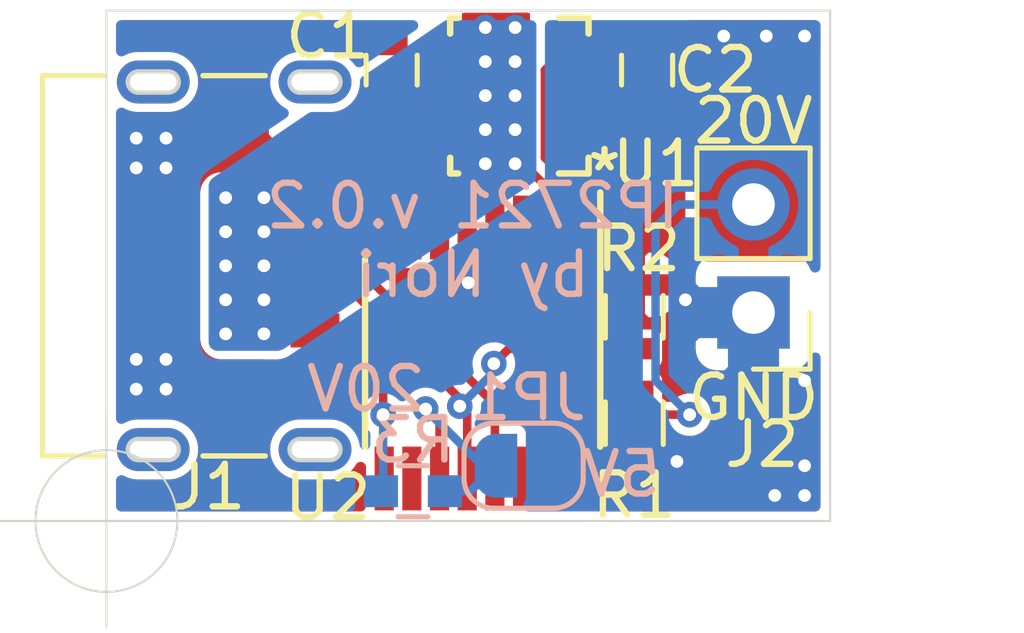
<source format=kicad_pcb>
(kicad_pcb (version 20171130) (host pcbnew "(5.1.10)-1")
  (layers (0 F.Cu signal) (31 B.Cu signal) (34 B.Paste user) (35 F.Paste user) (36 B.SilkS user) (37 F.SilkS user) (38 B.Mask user) (39 F.Mask user) (44 Edge.Cuts user))
  (net 0 "")
  (net 1 GND)
  (net 2 "Net-(C1-Pad1)")
  (net 3 "Net-(C2-Pad1)")
  (net 4 "Net-(J1-PadB5)")
  (net 5 "Net-(J1-PadA5)")
  (net 6 "Net-(U1-Pad4)")
  (net 7 "Net-(JP1-Pad1)")
  (module SolderJumper:SolderJumper-2_P1.3mm_Open_RoundedPad1.0x1.5mm (layer B.Cu) (at 142.8 84.7)
    (fp_text reference JP1 (at 0.1 -1.6) (layer B.SilkS) (effects (justify mirror)))
    (fp_text value Jumper_NO)
    (pad 2 smd custom (at 0.65 0) (size 1 0.5) (layers B.Cu B.Mask) (net 1 GND) (options (clearance outline) (anchor rect)) (primitives (gr_circle (center 0 -0.25) (end 0.5 -0.25) (width 0)) (gr_circle (center 0 0.25) (end 0.5 0.25) (width 0)) (gr_poly (pts (xy 0 0.75) (xy -0.5 0.75) (xy -0.5 -0.75) (xy 0 -0.75)) (width 0))))
    (pad 1 smd custom (at -0.65 0) (size 1 0.5) (layers B.Cu B.Mask) (net 7 "Net-(JP1-Pad1)") (options (clearance outline) (anchor rect)) (primitives (gr_circle (center 0 -0.25) (end 0.5 -0.25) (width 0)) (gr_circle (center 0 0.25) (end 0.5 0.25) (width 0)) (gr_poly (pts (xy 0 0.75) (xy 0.5 0.75) (xy 0.5 -0.75) (xy 0 -0.75)) (width 0))))
  )
  (module Capacitors_SMD:C_0603 (layer B.Cu) (at 140.2 85.3)
    (fp_text reference R3 (at 0 -1.2) (layer B.SilkS) (effects (justify mirror)))
    (fp_text value 100kΩ)
    (pad 2 smd rect (at 0.75 0) (size 0.8 0.75) (layers B.Cu B.Paste B.Mask) (net 7 "Net-(JP1-Pad1)"))
    (pad 1 smd rect (at -0.75 0) (size 0.8 0.75) (layers B.Cu B.Paste B.Mask) (net 2 "Net-(C1-Pad1)"))
  )
  (module Capacitors_SMD:C_0603 (layer F.Cu) (at 139.7 75.4 90)
    (fp_text reference C1 (at 0.8 -1.5 180) (layer F.SilkS))
    (fp_text value 1u)
    (pad 2 smd rect (at 0.75 0 90) (size 0.8 0.75) (layers F.Cu F.Paste F.Mask) (net 1 GND))
    (pad 1 smd rect (at -0.75 0 90) (size 0.8 0.75) (layers F.Cu F.Paste F.Mask) (net 2 "Net-(C1-Pad1)"))
  )
  (module Capacitors_SMD:C_0603 (layer F.Cu) (at 145.7 75.4 90)
    (fp_text reference C2 (at 0 1.6 180) (layer F.SilkS))
    (fp_text value 10u)
    (pad 1 smd rect (at -0.75 0 90) (size 0.8 0.75) (layers F.Cu F.Paste F.Mask) (net 3 "Net-(C2-Pad1)"))
    (pad 2 smd rect (at 0.75 0 90) (size 0.8 0.75) (layers F.Cu F.Paste F.Mask) (net 1 GND))
  )
  (module CUI_UJC-HP-3-SMT-TR (layer F.Cu) (at 137.9 80 270)
    (fp_text reference J1 (at 5.2 2.5 180) (layer F.SilkS))
    (fp_text value UJC-HP-3-SMT-TR)
    (fp_line (start -4.57 -0.35) (end -4.57 0.35) (layer Edge.Cuts) (width 0.1))
    (fp_line (start -4.07 0.35) (end -4.07 -0.35) (layer Edge.Cuts) (width 0.1))
    (fp_poly (pts (xy -4.07 0) (xy -4.07 -0.35) (xy -4.070343 -0.363084) (xy -4.07137 -0.376132) (xy -4.073078 -0.389109) (xy -4.075463 -0.401978) (xy -4.078519 -0.414705) (xy -4.082236 -0.427254) (xy -4.086605 -0.439592) (xy -4.091614 -0.451684) (xy -4.097248 -0.463498) (xy -4.103494 -0.475) (xy -4.110332 -0.48616) (xy -4.117746 -0.496946) (xy -4.125714 -0.50733) (xy -4.134214 -0.517283) (xy -4.143223 -0.526777) (xy -4.152717 -0.535786) (xy -4.16267 -0.544286) (xy -4.173054 -0.552254) (xy -4.18384 -0.559668) (xy -4.195 -0.566506) (xy -4.206502 -0.572752) (xy -4.218316 -0.578386) (xy -4.230408 -0.583395) (xy -4.242746 -0.587764) (xy -4.255295 -0.591481) (xy -4.268022 -0.594537) (xy -4.280891 -0.596922) (xy -4.293868 -0.59863) (xy -4.306916 -0.599657) (xy -4.32 -0.6) (xy -4.333084 -0.599657) (xy -4.346132 -0.59863) (xy -4.359109 -0.596922) (xy -4.371978 -0.594537) (xy -4.384705 -0.591481) (xy -4.397254 -0.587764) (xy -4.409592 -0.583395) (xy -4.421684 -0.578386) (xy -4.433498 -0.572752) (xy -4.445 -0.566506) (xy -4.45616 -0.559668) (xy -4.466946 -0.552254) (xy -4.47733 -0.544286) (xy -4.487283 -0.535786) (xy -4.496777 -0.526777) (xy -4.505786 -0.517283) (xy -4.514286 -0.50733) (xy -4.522254 -0.496946) (xy -4.529668 -0.48616) (xy -4.536506 -0.475) (xy -4.542752 -0.463498) (xy -4.548386 -0.451684) (xy -4.553395 -0.439592) (xy -4.557764 -0.427254) (xy -4.561481 -0.414705) (xy -4.564537 -0.401978) (xy -4.566922 -0.389109) (xy -4.56863 -0.376132) (xy -4.569657 -0.363084) (xy -4.57 -0.35) (xy -4.57 0.35) (xy -4.569657 0.363084) (xy -4.56863 0.376132) (xy -4.566922 0.389109) (xy -4.564537 0.401978) (xy -4.561481 0.414705) (xy -4.557764 0.427254) (xy -4.553395 0.439592) (xy -4.548386 0.451684) (xy -4.542752 0.463498) (xy -4.536506 0.475) (xy -4.529668 0.48616) (xy -4.522254 0.496946) (xy -4.514286 0.50733) (xy -4.505786 0.517283) (xy -4.496777 0.526777) (xy -4.487283 0.535786) (xy -4.47733 0.544286) (xy -4.466946 0.552254) (xy -4.45616 0.559668) (xy -4.445 0.566506) (xy -4.433498 0.572752) (xy -4.421684 0.578386) (xy -4.409592 0.583395) (xy -4.397254 0.587764) (xy -4.384705 0.591481) (xy -4.371978 0.594537) (xy -4.359109 0.596922) (xy -4.346132 0.59863) (xy -4.333084 0.599657) (xy -4.32 0.6) (xy -4.306916 0.599657) (xy -4.293868 0.59863) (xy -4.280891 0.596922) (xy -4.268022 0.594537) (xy -4.255295 0.591481) (xy -4.242746 0.587764) (xy -4.230408 0.583395) (xy -4.218316 0.578386) (xy -4.206502 0.572752) (xy -4.195 0.566506) (xy -4.18384 0.559668) (xy -4.173054 0.552254) (xy -4.16267 0.544286) (xy -4.152717 0.535786) (xy -4.143223 0.526777) (xy -4.134214 0.517283) (xy -4.125714 0.50733) (xy -4.117746 0.496946) (xy -4.110332 0.48616) (xy -4.103494 0.475) (xy -4.097248 0.463498) (xy -4.091614 0.451684) (xy -4.086605 0.439592) (xy -4.082236 0.427254) (xy -4.078519 0.414705) (xy -4.075463 0.401978) (xy -4.073078 0.389109) (xy -4.07137 0.376132) (xy -4.070343 0.363084) (xy -4.07 0.35) (xy -4.07 0.01) (xy -3.82 0.01) (xy -3.82 0.35) (xy -3.820685 0.376168) (xy -3.822739 0.402264) (xy -3.826156 0.428217) (xy -3.830926 0.453956) (xy -3.837037 0.47941) (xy -3.844472 0.504508) (xy -3.85321 0.529184) (xy -3.863227 0.553368) (xy -3.874497 0.576995) (xy -3.886987 0.6) (xy -3.900665 0.62232) (xy -3.915492 0.643893) (xy -3.931427 0.66466) (xy -3.948428 0.684565) (xy -3.966447 0.703553) (xy -3.985435 0.721572) (xy -4.00534 0.738573) (xy -4.026107 0.754508) (xy -4.04768 0.769335) (xy -4.07 0.783013) (xy -4.093005 0.795503) (xy -4.116632 0.806773) (xy -4.140816 0.81679) (xy -4.165492 0.825528) (xy -4.19059 0.832963) (xy -4.216044 0.839074) (xy -4.241783 0.843844) (xy -4.267736 0.847261) (xy -4.293832 0.849315) (xy -4.32 0.85) (xy -4.346168 0.849315) (xy -4.372264 0.847261) (xy -4.398217 0.843844) (xy -4.423956 0.839074) (xy -4.44941 0.832963) (xy -4.474508 0.825528) (xy -4.499184 0.81679) (xy -4.523368 0.806773) (xy -4.546995 0.795503) (xy -4.57 0.783013) (xy -4.59232 0.769335) (xy -4.613893 0.754508) (xy -4.63466 0.738573) (xy -4.654565 0.721572) (xy -4.673553 0.703553) (xy -4.691572 0.684565) (xy -4.708573 0.66466) (xy -4.724508 0.643893) (xy -4.739335 0.62232) (xy -4.753013 0.6) (xy -4.765503 0.576995) (xy -4.776773 0.553368) (xy -4.78679 0.529184) (xy -4.795528 0.504508) (xy -4.802963 0.47941) (xy -4.809074 0.453956) (xy -4.813844 0.428217) (xy -4.817261 0.402264) (xy -4.819315 0.376168) (xy -4.82 0.35) (xy -4.82 -0.35) (xy -4.819315 -0.376168) (xy -4.817261 -0.402264) (xy -4.813844 -0.428217) (xy -4.809074 -0.453956) (xy -4.802963 -0.47941) (xy -4.795528 -0.504508) (xy -4.78679 -0.529184) (xy -4.776773 -0.553368) (xy -4.765503 -0.576995) (xy -4.753013 -0.6) (xy -4.739335 -0.62232) (xy -4.724508 -0.643893) (xy -4.708573 -0.66466) (xy -4.691572 -0.684565) (xy -4.673553 -0.703553) (xy -4.654565 -0.721572) (xy -4.63466 -0.738573) (xy -4.613893 -0.754508) (xy -4.59232 -0.769335) (xy -4.57 -0.783013) (xy -4.546995 -0.795503) (xy -4.523368 -0.806773) (xy -4.499184 -0.81679) (xy -4.474508 -0.825528) (xy -4.44941 -0.832963) (xy -4.423956 -0.839074) (xy -4.398217 -0.843844) (xy -4.372264 -0.847261) (xy -4.346168 -0.849315) (xy -4.32 -0.85) (xy -4.293832 -0.849315) (xy -4.267736 -0.847261) (xy -4.241783 -0.843844) (xy -4.216044 -0.839074) (xy -4.19059 -0.832963) (xy -4.165492 -0.825528) (xy -4.140816 -0.81679) (xy -4.116632 -0.806773) (xy -4.093005 -0.795503) (xy -4.07 -0.783013) (xy -4.04768 -0.769335) (xy -4.026107 -0.754508) (xy -4.00534 -0.738573) (xy -3.985435 -0.721572) (xy -3.966447 -0.703553) (xy -3.948428 -0.684565) (xy -3.931427 -0.66466) (xy -3.915492 -0.643893) (xy -3.900665 -0.62232) (xy -3.886987 -0.6) (xy -3.874497 -0.576995) (xy -3.863227 -0.553368) (xy -3.85321 -0.529184) (xy -3.844472 -0.504508) (xy -3.837037 -0.47941) (xy -3.830926 -0.453956) (xy -3.826156 -0.428217) (xy -3.822739 -0.402264) (xy -3.820685 -0.376168) (xy -3.82 -0.35) (xy -3.82 0) (xy -4.07 0)) (layer F.Cu) (width 0.01))
    (fp_poly (pts (xy -4.07 0) (xy -4.07 -0.35) (xy -4.070343 -0.363084) (xy -4.07137 -0.376132) (xy -4.073078 -0.389109) (xy -4.075463 -0.401978) (xy -4.078519 -0.414705) (xy -4.082236 -0.427254) (xy -4.086605 -0.439592) (xy -4.091614 -0.451684) (xy -4.097248 -0.463498) (xy -4.103494 -0.475) (xy -4.110332 -0.48616) (xy -4.117746 -0.496946) (xy -4.125714 -0.50733) (xy -4.134214 -0.517283) (xy -4.143223 -0.526777) (xy -4.152717 -0.535786) (xy -4.16267 -0.544286) (xy -4.173054 -0.552254) (xy -4.18384 -0.559668) (xy -4.195 -0.566506) (xy -4.206502 -0.572752) (xy -4.218316 -0.578386) (xy -4.230408 -0.583395) (xy -4.242746 -0.587764) (xy -4.255295 -0.591481) (xy -4.268022 -0.594537) (xy -4.280891 -0.596922) (xy -4.293868 -0.59863) (xy -4.306916 -0.599657) (xy -4.32 -0.6) (xy -4.333084 -0.599657) (xy -4.346132 -0.59863) (xy -4.359109 -0.596922) (xy -4.371978 -0.594537) (xy -4.384705 -0.591481) (xy -4.397254 -0.587764) (xy -4.409592 -0.583395) (xy -4.421684 -0.578386) (xy -4.433498 -0.572752) (xy -4.445 -0.566506) (xy -4.45616 -0.559668) (xy -4.466946 -0.552254) (xy -4.47733 -0.544286) (xy -4.487283 -0.535786) (xy -4.496777 -0.526777) (xy -4.505786 -0.517283) (xy -4.514286 -0.50733) (xy -4.522254 -0.496946) (xy -4.529668 -0.48616) (xy -4.536506 -0.475) (xy -4.542752 -0.463498) (xy -4.548386 -0.451684) (xy -4.553395 -0.439592) (xy -4.557764 -0.427254) (xy -4.561481 -0.414705) (xy -4.564537 -0.401978) (xy -4.566922 -0.389109) (xy -4.56863 -0.376132) (xy -4.569657 -0.363084) (xy -4.57 -0.35) (xy -4.57 0.35) (xy -4.569657 0.363084) (xy -4.56863 0.376132) (xy -4.566922 0.389109) (xy -4.564537 0.401978) (xy -4.561481 0.414705) (xy -4.557764 0.427254) (xy -4.553395 0.439592) (xy -4.548386 0.451684) (xy -4.542752 0.463498) (xy -4.536506 0.475) (xy -4.529668 0.48616) (xy -4.522254 0.496946) (xy -4.514286 0.50733) (xy -4.505786 0.517283) (xy -4.496777 0.526777) (xy -4.487283 0.535786) (xy -4.47733 0.544286) (xy -4.466946 0.552254) (xy -4.45616 0.559668) (xy -4.445 0.566506) (xy -4.433498 0.572752) (xy -4.421684 0.578386) (xy -4.409592 0.583395) (xy -4.397254 0.587764) (xy -4.384705 0.591481) (xy -4.371978 0.594537) (xy -4.359109 0.596922) (xy -4.346132 0.59863) (xy -4.333084 0.599657) (xy -4.32 0.6) (xy -4.306916 0.599657) (xy -4.293868 0.59863) (xy -4.280891 0.596922) (xy -4.268022 0.594537) (xy -4.255295 0.591481) (xy -4.242746 0.587764) (xy -4.230408 0.583395) (xy -4.218316 0.578386) (xy -4.206502 0.572752) (xy -4.195 0.566506) (xy -4.18384 0.559668) (xy -4.173054 0.552254) (xy -4.16267 0.544286) (xy -4.152717 0.535786) (xy -4.143223 0.526777) (xy -4.134214 0.517283) (xy -4.125714 0.50733) (xy -4.117746 0.496946) (xy -4.110332 0.48616) (xy -4.103494 0.475) (xy -4.097248 0.463498) (xy -4.091614 0.451684) (xy -4.086605 0.439592) (xy -4.082236 0.427254) (xy -4.078519 0.414705) (xy -4.075463 0.401978) (xy -4.073078 0.389109) (xy -4.07137 0.376132) (xy -4.070343 0.363084) (xy -4.07 0.35) (xy -4.07 0.01) (xy -3.82 0.01) (xy -3.82 0.35) (xy -3.820685 0.376168) (xy -3.822739 0.402264) (xy -3.826156 0.428217) (xy -3.830926 0.453956) (xy -3.837037 0.47941) (xy -3.844472 0.504508) (xy -3.85321 0.529184) (xy -3.863227 0.553368) (xy -3.874497 0.576995) (xy -3.886987 0.6) (xy -3.900665 0.62232) (xy -3.915492 0.643893) (xy -3.931427 0.66466) (xy -3.948428 0.684565) (xy -3.966447 0.703553) (xy -3.985435 0.721572) (xy -4.00534 0.738573) (xy -4.026107 0.754508) (xy -4.04768 0.769335) (xy -4.07 0.783013) (xy -4.093005 0.795503) (xy -4.116632 0.806773) (xy -4.140816 0.81679) (xy -4.165492 0.825528) (xy -4.19059 0.832963) (xy -4.216044 0.839074) (xy -4.241783 0.843844) (xy -4.267736 0.847261) (xy -4.293832 0.849315) (xy -4.32 0.85) (xy -4.346168 0.849315) (xy -4.372264 0.847261) (xy -4.398217 0.843844) (xy -4.423956 0.839074) (xy -4.44941 0.832963) (xy -4.474508 0.825528) (xy -4.499184 0.81679) (xy -4.523368 0.806773) (xy -4.546995 0.795503) (xy -4.57 0.783013) (xy -4.59232 0.769335) (xy -4.613893 0.754508) (xy -4.63466 0.738573) (xy -4.654565 0.721572) (xy -4.673553 0.703553) (xy -4.691572 0.684565) (xy -4.708573 0.66466) (xy -4.724508 0.643893) (xy -4.739335 0.62232) (xy -4.753013 0.6) (xy -4.765503 0.576995) (xy -4.776773 0.553368) (xy -4.78679 0.529184) (xy -4.795528 0.504508) (xy -4.802963 0.47941) (xy -4.809074 0.453956) (xy -4.813844 0.428217) (xy -4.817261 0.402264) (xy -4.819315 0.376168) (xy -4.82 0.35) (xy -4.82 -0.35) (xy -4.819315 -0.376168) (xy -4.817261 -0.402264) (xy -4.813844 -0.428217) (xy -4.809074 -0.453956) (xy -4.802963 -0.47941) (xy -4.795528 -0.504508) (xy -4.78679 -0.529184) (xy -4.776773 -0.553368) (xy -4.765503 -0.576995) (xy -4.753013 -0.6) (xy -4.739335 -0.62232) (xy -4.724508 -0.643893) (xy -4.708573 -0.66466) (xy -4.691572 -0.684565) (xy -4.673553 -0.703553) (xy -4.654565 -0.721572) (xy -4.63466 -0.738573) (xy -4.613893 -0.754508) (xy -4.59232 -0.769335) (xy -4.57 -0.783013) (xy -4.546995 -0.795503) (xy -4.523368 -0.806773) (xy -4.499184 -0.81679) (xy -4.474508 -0.825528) (xy -4.44941 -0.832963) (xy -4.423956 -0.839074) (xy -4.398217 -0.843844) (xy -4.372264 -0.847261) (xy -4.346168 -0.849315) (xy -4.32 -0.85) (xy -4.293832 -0.849315) (xy -4.267736 -0.847261) (xy -4.241783 -0.843844) (xy -4.216044 -0.839074) (xy -4.19059 -0.832963) (xy -4.165492 -0.825528) (xy -4.140816 -0.81679) (xy -4.116632 -0.806773) (xy -4.093005 -0.795503) (xy -4.07 -0.783013) (xy -4.04768 -0.769335) (xy -4.026107 -0.754508) (xy -4.00534 -0.738573) (xy -3.985435 -0.721572) (xy -3.966447 -0.703553) (xy -3.948428 -0.684565) (xy -3.931427 -0.66466) (xy -3.915492 -0.643893) (xy -3.900665 -0.62232) (xy -3.886987 -0.6) (xy -3.874497 -0.576995) (xy -3.863227 -0.553368) (xy -3.85321 -0.529184) (xy -3.844472 -0.504508) (xy -3.837037 -0.47941) (xy -3.830926 -0.453956) (xy -3.826156 -0.428217) (xy -3.822739 -0.402264) (xy -3.820685 -0.376168) (xy -3.82 -0.35) (xy -3.82 0) (xy -4.07 0)) (layer B.Cu) (width 0.01))
    (fp_line (start 4.07 -0.35) (end 4.07 0.35) (layer Edge.Cuts) (width 0.1))
    (fp_line (start 4.57 0.35) (end 4.57 -0.35) (layer Edge.Cuts) (width 0.1))
    (fp_poly (pts (xy 4.57 0) (xy 4.57 -0.35) (xy 4.569657 -0.363084) (xy 4.56863 -0.376132) (xy 4.566922 -0.389109) (xy 4.564537 -0.401978) (xy 4.561481 -0.414705) (xy 4.557764 -0.427254) (xy 4.553395 -0.439592) (xy 4.548386 -0.451684) (xy 4.542752 -0.463498) (xy 4.536506 -0.475) (xy 4.529668 -0.48616) (xy 4.522254 -0.496946) (xy 4.514286 -0.50733) (xy 4.505786 -0.517283) (xy 4.496777 -0.526777) (xy 4.487283 -0.535786) (xy 4.47733 -0.544286) (xy 4.466946 -0.552254) (xy 4.45616 -0.559668) (xy 4.445 -0.566506) (xy 4.433498 -0.572752) (xy 4.421684 -0.578386) (xy 4.409592 -0.583395) (xy 4.397254 -0.587764) (xy 4.384705 -0.591481) (xy 4.371978 -0.594537) (xy 4.359109 -0.596922) (xy 4.346132 -0.59863) (xy 4.333084 -0.599657) (xy 4.32 -0.6) (xy 4.306916 -0.599657) (xy 4.293868 -0.59863) (xy 4.280891 -0.596922) (xy 4.268022 -0.594537) (xy 4.255295 -0.591481) (xy 4.242746 -0.587764) (xy 4.230408 -0.583395) (xy 4.218316 -0.578386) (xy 4.206502 -0.572752) (xy 4.195 -0.566506) (xy 4.18384 -0.559668) (xy 4.173054 -0.552254) (xy 4.16267 -0.544286) (xy 4.152717 -0.535786) (xy 4.143223 -0.526777) (xy 4.134214 -0.517283) (xy 4.125714 -0.50733) (xy 4.117746 -0.496946) (xy 4.110332 -0.48616) (xy 4.103494 -0.475) (xy 4.097248 -0.463498) (xy 4.091614 -0.451684) (xy 4.086605 -0.439592) (xy 4.082236 -0.427254) (xy 4.078519 -0.414705) (xy 4.075463 -0.401978) (xy 4.073078 -0.389109) (xy 4.07137 -0.376132) (xy 4.070343 -0.363084) (xy 4.07 -0.35) (xy 4.07 0.35) (xy 4.070343 0.363084) (xy 4.07137 0.376132) (xy 4.073078 0.389109) (xy 4.075463 0.401978) (xy 4.078519 0.414705) (xy 4.082236 0.427254) (xy 4.086605 0.439592) (xy 4.091614 0.451684) (xy 4.097248 0.463498) (xy 4.103494 0.475) (xy 4.110332 0.48616) (xy 4.117746 0.496946) (xy 4.125714 0.50733) (xy 4.134214 0.517283) (xy 4.143223 0.526777) (xy 4.152717 0.535786) (xy 4.16267 0.544286) (xy 4.173054 0.552254) (xy 4.18384 0.559668) (xy 4.195 0.566506) (xy 4.206502 0.572752) (xy 4.218316 0.578386) (xy 4.230408 0.583395) (xy 4.242746 0.587764) (xy 4.255295 0.591481) (xy 4.268022 0.594537) (xy 4.280891 0.596922) (xy 4.293868 0.59863) (xy 4.306916 0.599657) (xy 4.32 0.6) (xy 4.333084 0.599657) (xy 4.346132 0.59863) (xy 4.359109 0.596922) (xy 4.371978 0.594537) (xy 4.384705 0.591481) (xy 4.397254 0.587764) (xy 4.409592 0.583395) (xy 4.421684 0.578386) (xy 4.433498 0.572752) (xy 4.445 0.566506) (xy 4.45616 0.559668) (xy 4.466946 0.552254) (xy 4.47733 0.544286) (xy 4.487283 0.535786) (xy 4.496777 0.526777) (xy 4.505786 0.517283) (xy 4.514286 0.50733) (xy 4.522254 0.496946) (xy 4.529668 0.48616) (xy 4.536506 0.475) (xy 4.542752 0.463498) (xy 4.548386 0.451684) (xy 4.553395 0.439592) (xy 4.557764 0.427254) (xy 4.561481 0.414705) (xy 4.564537 0.401978) (xy 4.566922 0.389109) (xy 4.56863 0.376132) (xy 4.569657 0.363084) (xy 4.57 0.35) (xy 4.57 0.01) (xy 4.82 0.01) (xy 4.82 0.35) (xy 4.819315 0.376168) (xy 4.817261 0.402264) (xy 4.813844 0.428217) (xy 4.809074 0.453956) (xy 4.802963 0.47941) (xy 4.795528 0.504508) (xy 4.78679 0.529184) (xy 4.776773 0.553368) (xy 4.765503 0.576995) (xy 4.753013 0.6) (xy 4.739335 0.62232) (xy 4.724508 0.643893) (xy 4.708573 0.66466) (xy 4.691572 0.684565) (xy 4.673553 0.703553) (xy 4.654565 0.721572) (xy 4.63466 0.738573) (xy 4.613893 0.754508) (xy 4.59232 0.769335) (xy 4.57 0.783013) (xy 4.546995 0.795503) (xy 4.523368 0.806773) (xy 4.499184 0.81679) (xy 4.474508 0.825528) (xy 4.44941 0.832963) (xy 4.423956 0.839074) (xy 4.398217 0.843844) (xy 4.372264 0.847261) (xy 4.346168 0.849315) (xy 4.32 0.85) (xy 4.293832 0.849315) (xy 4.267736 0.847261) (xy 4.241783 0.843844) (xy 4.216044 0.839074) (xy 4.19059 0.832963) (xy 4.165492 0.825528) (xy 4.140816 0.81679) (xy 4.116632 0.806773) (xy 4.093005 0.795503) (xy 4.07 0.783013) (xy 4.04768 0.769335) (xy 4.026107 0.754508) (xy 4.00534 0.738573) (xy 3.985435 0.721572) (xy 3.966447 0.703553) (xy 3.948428 0.684565) (xy 3.931427 0.66466) (xy 3.915492 0.643893) (xy 3.900665 0.62232) (xy 3.886987 0.6) (xy 3.874497 0.576995) (xy 3.863227 0.553368) (xy 3.85321 0.529184) (xy 3.844472 0.504508) (xy 3.837037 0.47941) (xy 3.830926 0.453956) (xy 3.826156 0.428217) (xy 3.822739 0.402264) (xy 3.820685 0.376168) (xy 3.82 0.35) (xy 3.82 -0.35) (xy 3.820685 -0.376168) (xy 3.822739 -0.402264) (xy 3.826156 -0.428217) (xy 3.830926 -0.453956) (xy 3.837037 -0.47941) (xy 3.844472 -0.504508) (xy 3.85321 -0.529184) (xy 3.863227 -0.553368) (xy 3.874497 -0.576995) (xy 3.886987 -0.6) (xy 3.900665 -0.62232) (xy 3.915492 -0.643893) (xy 3.931427 -0.66466) (xy 3.948428 -0.684565) (xy 3.966447 -0.703553) (xy 3.985435 -0.721572) (xy 4.00534 -0.738573) (xy 4.026107 -0.754508) (xy 4.04768 -0.769335) (xy 4.07 -0.783013) (xy 4.093005 -0.795503) (xy 4.116632 -0.806773) (xy 4.140816 -0.81679) (xy 4.165492 -0.825528) (xy 4.19059 -0.832963) (xy 4.216044 -0.839074) (xy 4.241783 -0.843844) (xy 4.267736 -0.847261) (xy 4.293832 -0.849315) (xy 4.32 -0.85) (xy 4.346168 -0.849315) (xy 4.372264 -0.847261) (xy 4.398217 -0.843844) (xy 4.423956 -0.839074) (xy 4.44941 -0.832963) (xy 4.474508 -0.825528) (xy 4.499184 -0.81679) (xy 4.523368 -0.806773) (xy 4.546995 -0.795503) (xy 4.57 -0.783013) (xy 4.59232 -0.769335) (xy 4.613893 -0.754508) (xy 4.63466 -0.738573) (xy 4.654565 -0.721572) (xy 4.673553 -0.703553) (xy 4.691572 -0.684565) (xy 4.708573 -0.66466) (xy 4.724508 -0.643893) (xy 4.739335 -0.62232) (xy 4.753013 -0.6) (xy 4.765503 -0.576995) (xy 4.776773 -0.553368) (xy 4.78679 -0.529184) (xy 4.795528 -0.504508) (xy 4.802963 -0.47941) (xy 4.809074 -0.453956) (xy 4.813844 -0.428217) (xy 4.817261 -0.402264) (xy 4.819315 -0.376168) (xy 4.82 -0.35) (xy 4.82 0) (xy 4.57 0)) (layer F.Cu) (width 0.01))
    (fp_poly (pts (xy 4.57 0) (xy 4.57 -0.35) (xy 4.569657 -0.363084) (xy 4.56863 -0.376132) (xy 4.566922 -0.389109) (xy 4.564537 -0.401978) (xy 4.561481 -0.414705) (xy 4.557764 -0.427254) (xy 4.553395 -0.439592) (xy 4.548386 -0.451684) (xy 4.542752 -0.463498) (xy 4.536506 -0.475) (xy 4.529668 -0.48616) (xy 4.522254 -0.496946) (xy 4.514286 -0.50733) (xy 4.505786 -0.517283) (xy 4.496777 -0.526777) (xy 4.487283 -0.535786) (xy 4.47733 -0.544286) (xy 4.466946 -0.552254) (xy 4.45616 -0.559668) (xy 4.445 -0.566506) (xy 4.433498 -0.572752) (xy 4.421684 -0.578386) (xy 4.409592 -0.583395) (xy 4.397254 -0.587764) (xy 4.384705 -0.591481) (xy 4.371978 -0.594537) (xy 4.359109 -0.596922) (xy 4.346132 -0.59863) (xy 4.333084 -0.599657) (xy 4.32 -0.6) (xy 4.306916 -0.599657) (xy 4.293868 -0.59863) (xy 4.280891 -0.596922) (xy 4.268022 -0.594537) (xy 4.255295 -0.591481) (xy 4.242746 -0.587764) (xy 4.230408 -0.583395) (xy 4.218316 -0.578386) (xy 4.206502 -0.572752) (xy 4.195 -0.566506) (xy 4.18384 -0.559668) (xy 4.173054 -0.552254) (xy 4.16267 -0.544286) (xy 4.152717 -0.535786) (xy 4.143223 -0.526777) (xy 4.134214 -0.517283) (xy 4.125714 -0.50733) (xy 4.117746 -0.496946) (xy 4.110332 -0.48616) (xy 4.103494 -0.475) (xy 4.097248 -0.463498) (xy 4.091614 -0.451684) (xy 4.086605 -0.439592) (xy 4.082236 -0.427254) (xy 4.078519 -0.414705) (xy 4.075463 -0.401978) (xy 4.073078 -0.389109) (xy 4.07137 -0.376132) (xy 4.070343 -0.363084) (xy 4.07 -0.35) (xy 4.07 0.35) (xy 4.070343 0.363084) (xy 4.07137 0.376132) (xy 4.073078 0.389109) (xy 4.075463 0.401978) (xy 4.078519 0.414705) (xy 4.082236 0.427254) (xy 4.086605 0.439592) (xy 4.091614 0.451684) (xy 4.097248 0.463498) (xy 4.103494 0.475) (xy 4.110332 0.48616) (xy 4.117746 0.496946) (xy 4.125714 0.50733) (xy 4.134214 0.517283) (xy 4.143223 0.526777) (xy 4.152717 0.535786) (xy 4.16267 0.544286) (xy 4.173054 0.552254) (xy 4.18384 0.559668) (xy 4.195 0.566506) (xy 4.206502 0.572752) (xy 4.218316 0.578386) (xy 4.230408 0.583395) (xy 4.242746 0.587764) (xy 4.255295 0.591481) (xy 4.268022 0.594537) (xy 4.280891 0.596922) (xy 4.293868 0.59863) (xy 4.306916 0.599657) (xy 4.32 0.6) (xy 4.333084 0.599657) (xy 4.346132 0.59863) (xy 4.359109 0.596922) (xy 4.371978 0.594537) (xy 4.384705 0.591481) (xy 4.397254 0.587764) (xy 4.409592 0.583395) (xy 4.421684 0.578386) (xy 4.433498 0.572752) (xy 4.445 0.566506) (xy 4.45616 0.559668) (xy 4.466946 0.552254) (xy 4.47733 0.544286) (xy 4.487283 0.535786) (xy 4.496777 0.526777) (xy 4.505786 0.517283) (xy 4.514286 0.50733) (xy 4.522254 0.496946) (xy 4.529668 0.48616) (xy 4.536506 0.475) (xy 4.542752 0.463498) (xy 4.548386 0.451684) (xy 4.553395 0.439592) (xy 4.557764 0.427254) (xy 4.561481 0.414705) (xy 4.564537 0.401978) (xy 4.566922 0.389109) (xy 4.56863 0.376132) (xy 4.569657 0.363084) (xy 4.57 0.35) (xy 4.57 0.01) (xy 4.82 0.01) (xy 4.82 0.35) (xy 4.819315 0.376168) (xy 4.817261 0.402264) (xy 4.813844 0.428217) (xy 4.809074 0.453956) (xy 4.802963 0.47941) (xy 4.795528 0.504508) (xy 4.78679 0.529184) (xy 4.776773 0.553368) (xy 4.765503 0.576995) (xy 4.753013 0.6) (xy 4.739335 0.62232) (xy 4.724508 0.643893) (xy 4.708573 0.66466) (xy 4.691572 0.684565) (xy 4.673553 0.703553) (xy 4.654565 0.721572) (xy 4.63466 0.738573) (xy 4.613893 0.754508) (xy 4.59232 0.769335) (xy 4.57 0.783013) (xy 4.546995 0.795503) (xy 4.523368 0.806773) (xy 4.499184 0.81679) (xy 4.474508 0.825528) (xy 4.44941 0.832963) (xy 4.423956 0.839074) (xy 4.398217 0.843844) (xy 4.372264 0.847261) (xy 4.346168 0.849315) (xy 4.32 0.85) (xy 4.293832 0.849315) (xy 4.267736 0.847261) (xy 4.241783 0.843844) (xy 4.216044 0.839074) (xy 4.19059 0.832963) (xy 4.165492 0.825528) (xy 4.140816 0.81679) (xy 4.116632 0.806773) (xy 4.093005 0.795503) (xy 4.07 0.783013) (xy 4.04768 0.769335) (xy 4.026107 0.754508) (xy 4.00534 0.738573) (xy 3.985435 0.721572) (xy 3.966447 0.703553) (xy 3.948428 0.684565) (xy 3.931427 0.66466) (xy 3.915492 0.643893) (xy 3.900665 0.62232) (xy 3.886987 0.6) (xy 3.874497 0.576995) (xy 3.863227 0.553368) (xy 3.85321 0.529184) (xy 3.844472 0.504508) (xy 3.837037 0.47941) (xy 3.830926 0.453956) (xy 3.826156 0.428217) (xy 3.822739 0.402264) (xy 3.820685 0.376168) (xy 3.82 0.35) (xy 3.82 -0.35) (xy 3.820685 -0.376168) (xy 3.822739 -0.402264) (xy 3.826156 -0.428217) (xy 3.830926 -0.453956) (xy 3.837037 -0.47941) (xy 3.844472 -0.504508) (xy 3.85321 -0.529184) (xy 3.863227 -0.553368) (xy 3.874497 -0.576995) (xy 3.886987 -0.6) (xy 3.900665 -0.62232) (xy 3.915492 -0.643893) (xy 3.931427 -0.66466) (xy 3.948428 -0.684565) (xy 3.966447 -0.703553) (xy 3.985435 -0.721572) (xy 4.00534 -0.738573) (xy 4.026107 -0.754508) (xy 4.04768 -0.769335) (xy 4.07 -0.783013) (xy 4.093005 -0.795503) (xy 4.116632 -0.806773) (xy 4.140816 -0.81679) (xy 4.165492 -0.825528) (xy 4.19059 -0.832963) (xy 4.216044 -0.839074) (xy 4.241783 -0.843844) (xy 4.267736 -0.847261) (xy 4.293832 -0.849315) (xy 4.32 -0.85) (xy 4.346168 -0.849315) (xy 4.372264 -0.847261) (xy 4.398217 -0.843844) (xy 4.423956 -0.839074) (xy 4.44941 -0.832963) (xy 4.474508 -0.825528) (xy 4.499184 -0.81679) (xy 4.523368 -0.806773) (xy 4.546995 -0.795503) (xy 4.57 -0.783013) (xy 4.59232 -0.769335) (xy 4.613893 -0.754508) (xy 4.63466 -0.738573) (xy 4.654565 -0.721572) (xy 4.673553 -0.703553) (xy 4.691572 -0.684565) (xy 4.708573 -0.66466) (xy 4.724508 -0.643893) (xy 4.739335 -0.62232) (xy 4.753013 -0.6) (xy 4.765503 -0.576995) (xy 4.776773 -0.553368) (xy 4.78679 -0.529184) (xy 4.795528 -0.504508) (xy 4.802963 -0.47941) (xy 4.809074 -0.453956) (xy 4.813844 -0.428217) (xy 4.817261 -0.402264) (xy 4.819315 -0.376168) (xy 4.82 -0.35) (xy 4.82 0) (xy 4.57 0)) (layer B.Cu) (width 0.01))
    (fp_line (start -4.57 3.45) (end -4.57 4.15) (layer Edge.Cuts) (width 0.1))
    (fp_line (start -4.07 4.15) (end -4.07 3.45) (layer Edge.Cuts) (width 0.1))
    (fp_poly (pts (xy -4.07 3.8) (xy -4.07 3.45) (xy -4.070343 3.436916) (xy -4.07137 3.423868) (xy -4.073078 3.410891) (xy -4.075463 3.398022) (xy -4.078519 3.385295) (xy -4.082236 3.372746) (xy -4.086605 3.360408) (xy -4.091614 3.348316) (xy -4.097248 3.336502) (xy -4.103494 3.325) (xy -4.110332 3.31384) (xy -4.117746 3.303054) (xy -4.125714 3.29267) (xy -4.134214 3.282717) (xy -4.143223 3.273223) (xy -4.152717 3.264214) (xy -4.16267 3.255714) (xy -4.173054 3.247746) (xy -4.18384 3.240332) (xy -4.195 3.233494) (xy -4.206502 3.227248) (xy -4.218316 3.221614) (xy -4.230408 3.216605) (xy -4.242746 3.212236) (xy -4.255295 3.208519) (xy -4.268022 3.205463) (xy -4.280891 3.203078) (xy -4.293868 3.20137) (xy -4.306916 3.200343) (xy -4.32 3.2) (xy -4.333084 3.200343) (xy -4.346132 3.20137) (xy -4.359109 3.203078) (xy -4.371978 3.205463) (xy -4.384705 3.208519) (xy -4.397254 3.212236) (xy -4.409592 3.216605) (xy -4.421684 3.221614) (xy -4.433498 3.227248) (xy -4.445 3.233494) (xy -4.45616 3.240332) (xy -4.466946 3.247746) (xy -4.47733 3.255714) (xy -4.487283 3.264214) (xy -4.496777 3.273223) (xy -4.505786 3.282717) (xy -4.514286 3.29267) (xy -4.522254 3.303054) (xy -4.529668 3.31384) (xy -4.536506 3.325) (xy -4.542752 3.336502) (xy -4.548386 3.348316) (xy -4.553395 3.360408) (xy -4.557764 3.372746) (xy -4.561481 3.385295) (xy -4.564537 3.398022) (xy -4.566922 3.410891) (xy -4.56863 3.423868) (xy -4.569657 3.436916) (xy -4.57 3.45) (xy -4.57 4.15) (xy -4.569657 4.163084) (xy -4.56863 4.176132) (xy -4.566922 4.189109) (xy -4.564537 4.201978) (xy -4.561481 4.214705) (xy -4.557764 4.227254) (xy -4.553395 4.239592) (xy -4.548386 4.251684) (xy -4.542752 4.263498) (xy -4.536506 4.275) (xy -4.529668 4.28616) (xy -4.522254 4.296946) (xy -4.514286 4.30733) (xy -4.505786 4.317283) (xy -4.496777 4.326777) (xy -4.487283 4.335786) (xy -4.47733 4.344286) (xy -4.466946 4.352254) (xy -4.45616 4.359668) (xy -4.445 4.366506) (xy -4.433498 4.372752) (xy -4.421684 4.378386) (xy -4.409592 4.383395) (xy -4.397254 4.387764) (xy -4.384705 4.391481) (xy -4.371978 4.394537) (xy -4.359109 4.396922) (xy -4.346132 4.39863) (xy -4.333084 4.399657) (xy -4.32 4.4) (xy -4.306916 4.399657) (xy -4.293868 4.39863) (xy -4.280891 4.396922) (xy -4.268022 4.394537) (xy -4.255295 4.391481) (xy -4.242746 4.387764) (xy -4.230408 4.383395) (xy -4.218316 4.378386) (xy -4.206502 4.372752) (xy -4.195 4.366506) (xy -4.18384 4.359668) (xy -4.173054 4.352254) (xy -4.16267 4.344286) (xy -4.152717 4.335786) (xy -4.143223 4.326777) (xy -4.134214 4.317283) (xy -4.125714 4.30733) (xy -4.117746 4.296946) (xy -4.110332 4.28616) (xy -4.103494 4.275) (xy -4.097248 4.263498) (xy -4.091614 4.251684) (xy -4.086605 4.239592) (xy -4.082236 4.227254) (xy -4.078519 4.214705) (xy -4.075463 4.201978) (xy -4.073078 4.189109) (xy -4.07137 4.176132) (xy -4.070343 4.163084) (xy -4.07 4.15) (xy -4.07 3.81) (xy -3.82 3.81) (xy -3.82 4.15) (xy -3.820685 4.176168) (xy -3.822739 4.202264) (xy -3.826156 4.228217) (xy -3.830926 4.253956) (xy -3.837037 4.27941) (xy -3.844472 4.304508) (xy -3.85321 4.329184) (xy -3.863227 4.353368) (xy -3.874497 4.376995) (xy -3.886987 4.4) (xy -3.900665 4.42232) (xy -3.915492 4.443893) (xy -3.931427 4.46466) (xy -3.948428 4.484565) (xy -3.966447 4.503553) (xy -3.985435 4.521572) (xy -4.00534 4.538573) (xy -4.026107 4.554508) (xy -4.04768 4.569335) (xy -4.07 4.583013) (xy -4.093005 4.595503) (xy -4.116632 4.606773) (xy -4.140816 4.61679) (xy -4.165492 4.625528) (xy -4.19059 4.632963) (xy -4.216044 4.639074) (xy -4.241783 4.643844) (xy -4.267736 4.647261) (xy -4.293832 4.649315) (xy -4.32 4.65) (xy -4.346168 4.649315) (xy -4.372264 4.647261) (xy -4.398217 4.643844) (xy -4.423956 4.639074) (xy -4.44941 4.632963) (xy -4.474508 4.625528) (xy -4.499184 4.61679) (xy -4.523368 4.606773) (xy -4.546995 4.595503) (xy -4.57 4.583013) (xy -4.59232 4.569335) (xy -4.613893 4.554508) (xy -4.63466 4.538573) (xy -4.654565 4.521572) (xy -4.673553 4.503553) (xy -4.691572 4.484565) (xy -4.708573 4.46466) (xy -4.724508 4.443893) (xy -4.739335 4.42232) (xy -4.753013 4.4) (xy -4.765503 4.376995) (xy -4.776773 4.353368) (xy -4.78679 4.329184) (xy -4.795528 4.304508) (xy -4.802963 4.27941) (xy -4.809074 4.253956) (xy -4.813844 4.228217) (xy -4.817261 4.202264) (xy -4.819315 4.176168) (xy -4.82 4.15) (xy -4.82 3.45) (xy -4.819315 3.423832) (xy -4.817261 3.397736) (xy -4.813844 3.371783) (xy -4.809074 3.346044) (xy -4.802963 3.32059) (xy -4.795528 3.295492) (xy -4.78679 3.270816) (xy -4.776773 3.246632) (xy -4.765503 3.223005) (xy -4.753013 3.2) (xy -4.739335 3.17768) (xy -4.724508 3.156107) (xy -4.708573 3.13534) (xy -4.691572 3.115435) (xy -4.673553 3.096447) (xy -4.654565 3.078428) (xy -4.63466 3.061427) (xy -4.613893 3.045492) (xy -4.59232 3.030665) (xy -4.57 3.016987) (xy -4.546995 3.004497) (xy -4.523368 2.993227) (xy -4.499184 2.98321) (xy -4.474508 2.974472) (xy -4.44941 2.967037) (xy -4.423956 2.960926) (xy -4.398217 2.956156) (xy -4.372264 2.952739) (xy -4.346168 2.950685) (xy -4.32 2.95) (xy -4.293832 2.950685) (xy -4.267736 2.952739) (xy -4.241783 2.956156) (xy -4.216044 2.960926) (xy -4.19059 2.967037) (xy -4.165492 2.974472) (xy -4.140816 2.98321) (xy -4.116632 2.993227) (xy -4.093005 3.004497) (xy -4.07 3.016987) (xy -4.04768 3.030665) (xy -4.026107 3.045492) (xy -4.00534 3.061427) (xy -3.985435 3.078428) (xy -3.966447 3.096447) (xy -3.948428 3.115435) (xy -3.931427 3.13534) (xy -3.915492 3.156107) (xy -3.900665 3.17768) (xy -3.886987 3.2) (xy -3.874497 3.223005) (xy -3.863227 3.246632) (xy -3.85321 3.270816) (xy -3.844472 3.295492) (xy -3.837037 3.32059) (xy -3.830926 3.346044) (xy -3.826156 3.371783) (xy -3.822739 3.397736) (xy -3.820685 3.423832) (xy -3.82 3.45) (xy -3.82 3.8) (xy -4.07 3.8)) (layer F.Cu) (width 0.01))
    (fp_poly (pts (xy -4.07 3.8) (xy -4.07 3.45) (xy -4.070343 3.436916) (xy -4.07137 3.423868) (xy -4.073078 3.410891) (xy -4.075463 3.398022) (xy -4.078519 3.385295) (xy -4.082236 3.372746) (xy -4.086605 3.360408) (xy -4.091614 3.348316) (xy -4.097248 3.336502) (xy -4.103494 3.325) (xy -4.110332 3.31384) (xy -4.117746 3.303054) (xy -4.125714 3.29267) (xy -4.134214 3.282717) (xy -4.143223 3.273223) (xy -4.152717 3.264214) (xy -4.16267 3.255714) (xy -4.173054 3.247746) (xy -4.18384 3.240332) (xy -4.195 3.233494) (xy -4.206502 3.227248) (xy -4.218316 3.221614) (xy -4.230408 3.216605) (xy -4.242746 3.212236) (xy -4.255295 3.208519) (xy -4.268022 3.205463) (xy -4.280891 3.203078) (xy -4.293868 3.20137) (xy -4.306916 3.200343) (xy -4.32 3.2) (xy -4.333084 3.200343) (xy -4.346132 3.20137) (xy -4.359109 3.203078) (xy -4.371978 3.205463) (xy -4.384705 3.208519) (xy -4.397254 3.212236) (xy -4.409592 3.216605) (xy -4.421684 3.221614) (xy -4.433498 3.227248) (xy -4.445 3.233494) (xy -4.45616 3.240332) (xy -4.466946 3.247746) (xy -4.47733 3.255714) (xy -4.487283 3.264214) (xy -4.496777 3.273223) (xy -4.505786 3.282717) (xy -4.514286 3.29267) (xy -4.522254 3.303054) (xy -4.529668 3.31384) (xy -4.536506 3.325) (xy -4.542752 3.336502) (xy -4.548386 3.348316) (xy -4.553395 3.360408) (xy -4.557764 3.372746) (xy -4.561481 3.385295) (xy -4.564537 3.398022) (xy -4.566922 3.410891) (xy -4.56863 3.423868) (xy -4.569657 3.436916) (xy -4.57 3.45) (xy -4.57 4.15) (xy -4.569657 4.163084) (xy -4.56863 4.176132) (xy -4.566922 4.189109) (xy -4.564537 4.201978) (xy -4.561481 4.214705) (xy -4.557764 4.227254) (xy -4.553395 4.239592) (xy -4.548386 4.251684) (xy -4.542752 4.263498) (xy -4.536506 4.275) (xy -4.529668 4.28616) (xy -4.522254 4.296946) (xy -4.514286 4.30733) (xy -4.505786 4.317283) (xy -4.496777 4.326777) (xy -4.487283 4.335786) (xy -4.47733 4.344286) (xy -4.466946 4.352254) (xy -4.45616 4.359668) (xy -4.445 4.366506) (xy -4.433498 4.372752) (xy -4.421684 4.378386) (xy -4.409592 4.383395) (xy -4.397254 4.387764) (xy -4.384705 4.391481) (xy -4.371978 4.394537) (xy -4.359109 4.396922) (xy -4.346132 4.39863) (xy -4.333084 4.399657) (xy -4.32 4.4) (xy -4.306916 4.399657) (xy -4.293868 4.39863) (xy -4.280891 4.396922) (xy -4.268022 4.394537) (xy -4.255295 4.391481) (xy -4.242746 4.387764) (xy -4.230408 4.383395) (xy -4.218316 4.378386) (xy -4.206502 4.372752) (xy -4.195 4.366506) (xy -4.18384 4.359668) (xy -4.173054 4.352254) (xy -4.16267 4.344286) (xy -4.152717 4.335786) (xy -4.143223 4.326777) (xy -4.134214 4.317283) (xy -4.125714 4.30733) (xy -4.117746 4.296946) (xy -4.110332 4.28616) (xy -4.103494 4.275) (xy -4.097248 4.263498) (xy -4.091614 4.251684) (xy -4.086605 4.239592) (xy -4.082236 4.227254) (xy -4.078519 4.214705) (xy -4.075463 4.201978) (xy -4.073078 4.189109) (xy -4.07137 4.176132) (xy -4.070343 4.163084) (xy -4.07 4.15) (xy -4.07 3.81) (xy -3.82 3.81) (xy -3.82 4.15) (xy -3.820685 4.176168) (xy -3.822739 4.202264) (xy -3.826156 4.228217) (xy -3.830926 4.253956) (xy -3.837037 4.27941) (xy -3.844472 4.304508) (xy -3.85321 4.329184) (xy -3.863227 4.353368) (xy -3.874497 4.376995) (xy -3.886987 4.4) (xy -3.900665 4.42232) (xy -3.915492 4.443893) (xy -3.931427 4.46466) (xy -3.948428 4.484565) (xy -3.966447 4.503553) (xy -3.985435 4.521572) (xy -4.00534 4.538573) (xy -4.026107 4.554508) (xy -4.04768 4.569335) (xy -4.07 4.583013) (xy -4.093005 4.595503) (xy -4.116632 4.606773) (xy -4.140816 4.61679) (xy -4.165492 4.625528) (xy -4.19059 4.632963) (xy -4.216044 4.639074) (xy -4.241783 4.643844) (xy -4.267736 4.647261) (xy -4.293832 4.649315) (xy -4.32 4.65) (xy -4.346168 4.649315) (xy -4.372264 4.647261) (xy -4.398217 4.643844) (xy -4.423956 4.639074) (xy -4.44941 4.632963) (xy -4.474508 4.625528) (xy -4.499184 4.61679) (xy -4.523368 4.606773) (xy -4.546995 4.595503) (xy -4.57 4.583013) (xy -4.59232 4.569335) (xy -4.613893 4.554508) (xy -4.63466 4.538573) (xy -4.654565 4.521572) (xy -4.673553 4.503553) (xy -4.691572 4.484565) (xy -4.708573 4.46466) (xy -4.724508 4.443893) (xy -4.739335 4.42232) (xy -4.753013 4.4) (xy -4.765503 4.376995) (xy -4.776773 4.353368) (xy -4.78679 4.329184) (xy -4.795528 4.304508) (xy -4.802963 4.27941) (xy -4.809074 4.253956) (xy -4.813844 4.228217) (xy -4.817261 4.202264) (xy -4.819315 4.176168) (xy -4.82 4.15) (xy -4.82 3.45) (xy -4.819315 3.423832) (xy -4.817261 3.397736) (xy -4.813844 3.371783) (xy -4.809074 3.346044) (xy -4.802963 3.32059) (xy -4.795528 3.295492) (xy -4.78679 3.270816) (xy -4.776773 3.246632) (xy -4.765503 3.223005) (xy -4.753013 3.2) (xy -4.739335 3.17768) (xy -4.724508 3.156107) (xy -4.708573 3.13534) (xy -4.691572 3.115435) (xy -4.673553 3.096447) (xy -4.654565 3.078428) (xy -4.63466 3.061427) (xy -4.613893 3.045492) (xy -4.59232 3.030665) (xy -4.57 3.016987) (xy -4.546995 3.004497) (xy -4.523368 2.993227) (xy -4.499184 2.98321) (xy -4.474508 2.974472) (xy -4.44941 2.967037) (xy -4.423956 2.960926) (xy -4.398217 2.956156) (xy -4.372264 2.952739) (xy -4.346168 2.950685) (xy -4.32 2.95) (xy -4.293832 2.950685) (xy -4.267736 2.952739) (xy -4.241783 2.956156) (xy -4.216044 2.960926) (xy -4.19059 2.967037) (xy -4.165492 2.974472) (xy -4.140816 2.98321) (xy -4.116632 2.993227) (xy -4.093005 3.004497) (xy -4.07 3.016987) (xy -4.04768 3.030665) (xy -4.026107 3.045492) (xy -4.00534 3.061427) (xy -3.985435 3.078428) (xy -3.966447 3.096447) (xy -3.948428 3.115435) (xy -3.931427 3.13534) (xy -3.915492 3.156107) (xy -3.900665 3.17768) (xy -3.886987 3.2) (xy -3.874497 3.223005) (xy -3.863227 3.246632) (xy -3.85321 3.270816) (xy -3.844472 3.295492) (xy -3.837037 3.32059) (xy -3.830926 3.346044) (xy -3.826156 3.371783) (xy -3.822739 3.397736) (xy -3.820685 3.423832) (xy -3.82 3.45) (xy -3.82 3.8) (xy -4.07 3.8)) (layer B.Cu) (width 0.01))
    (fp_line (start 4.07 3.45) (end 4.07 4.15) (layer Edge.Cuts) (width 0.1))
    (fp_line (start 4.57 4.15) (end 4.57 3.45) (layer Edge.Cuts) (width 0.1))
    (fp_poly (pts (xy 4.57 3.8) (xy 4.57 3.45) (xy 4.569657 3.436916) (xy 4.56863 3.423868) (xy 4.566922 3.410891) (xy 4.564537 3.398022) (xy 4.561481 3.385295) (xy 4.557764 3.372746) (xy 4.553395 3.360408) (xy 4.548386 3.348316) (xy 4.542752 3.336502) (xy 4.536506 3.325) (xy 4.529668 3.31384) (xy 4.522254 3.303054) (xy 4.514286 3.29267) (xy 4.505786 3.282717) (xy 4.496777 3.273223) (xy 4.487283 3.264214) (xy 4.47733 3.255714) (xy 4.466946 3.247746) (xy 4.45616 3.240332) (xy 4.445 3.233494) (xy 4.433498 3.227248) (xy 4.421684 3.221614) (xy 4.409592 3.216605) (xy 4.397254 3.212236) (xy 4.384705 3.208519) (xy 4.371978 3.205463) (xy 4.359109 3.203078) (xy 4.346132 3.20137) (xy 4.333084 3.200343) (xy 4.32 3.2) (xy 4.306916 3.200343) (xy 4.293868 3.20137) (xy 4.280891 3.203078) (xy 4.268022 3.205463) (xy 4.255295 3.208519) (xy 4.242746 3.212236) (xy 4.230408 3.216605) (xy 4.218316 3.221614) (xy 4.206502 3.227248) (xy 4.195 3.233494) (xy 4.18384 3.240332) (xy 4.173054 3.247746) (xy 4.16267 3.255714) (xy 4.152717 3.264214) (xy 4.143223 3.273223) (xy 4.134214 3.282717) (xy 4.125714 3.29267) (xy 4.117746 3.303054) (xy 4.110332 3.31384) (xy 4.103494 3.325) (xy 4.097248 3.336502) (xy 4.091614 3.348316) (xy 4.086605 3.360408) (xy 4.082236 3.372746) (xy 4.078519 3.385295) (xy 4.075463 3.398022) (xy 4.073078 3.410891) (xy 4.07137 3.423868) (xy 4.070343 3.436916) (xy 4.07 3.45) (xy 4.07 4.15) (xy 4.070343 4.163084) (xy 4.07137 4.176132) (xy 4.073078 4.189109) (xy 4.075463 4.201978) (xy 4.078519 4.214705) (xy 4.082236 4.227254) (xy 4.086605 4.239592) (xy 4.091614 4.251684) (xy 4.097248 4.263498) (xy 4.103494 4.275) (xy 4.110332 4.28616) (xy 4.117746 4.296946) (xy 4.125714 4.30733) (xy 4.134214 4.317283) (xy 4.143223 4.326777) (xy 4.152717 4.335786) (xy 4.16267 4.344286) (xy 4.173054 4.352254) (xy 4.18384 4.359668) (xy 4.195 4.366506) (xy 4.206502 4.372752) (xy 4.218316 4.378386) (xy 4.230408 4.383395) (xy 4.242746 4.387764) (xy 4.255295 4.391481) (xy 4.268022 4.394537) (xy 4.280891 4.396922) (xy 4.293868 4.39863) (xy 4.306916 4.399657) (xy 4.32 4.4) (xy 4.333084 4.399657) (xy 4.346132 4.39863) (xy 4.359109 4.396922) (xy 4.371978 4.394537) (xy 4.384705 4.391481) (xy 4.397254 4.387764) (xy 4.409592 4.383395) (xy 4.421684 4.378386) (xy 4.433498 4.372752) (xy 4.445 4.366506) (xy 4.45616 4.359668) (xy 4.466946 4.352254) (xy 4.47733 4.344286) (xy 4.487283 4.335786) (xy 4.496777 4.326777) (xy 4.505786 4.317283) (xy 4.514286 4.30733) (xy 4.522254 4.296946) (xy 4.529668 4.28616) (xy 4.536506 4.275) (xy 4.542752 4.263498) (xy 4.548386 4.251684) (xy 4.553395 4.239592) (xy 4.557764 4.227254) (xy 4.561481 4.214705) (xy 4.564537 4.201978) (xy 4.566922 4.189109) (xy 4.56863 4.176132) (xy 4.569657 4.163084) (xy 4.57 4.15) (xy 4.57 3.81) (xy 4.82 3.81) (xy 4.82 4.15) (xy 4.819315 4.176168) (xy 4.817261 4.202264) (xy 4.813844 4.228217) (xy 4.809074 4.253956) (xy 4.802963 4.27941) (xy 4.795528 4.304508) (xy 4.78679 4.329184) (xy 4.776773 4.353368) (xy 4.765503 4.376995) (xy 4.753013 4.4) (xy 4.739335 4.42232) (xy 4.724508 4.443893) (xy 4.708573 4.46466) (xy 4.691572 4.484565) (xy 4.673553 4.503553) (xy 4.654565 4.521572) (xy 4.63466 4.538573) (xy 4.613893 4.554508) (xy 4.59232 4.569335) (xy 4.57 4.583013) (xy 4.546995 4.595503) (xy 4.523368 4.606773) (xy 4.499184 4.61679) (xy 4.474508 4.625528) (xy 4.44941 4.632963) (xy 4.423956 4.639074) (xy 4.398217 4.643844) (xy 4.372264 4.647261) (xy 4.346168 4.649315) (xy 4.32 4.65) (xy 4.293832 4.649315) (xy 4.267736 4.647261) (xy 4.241783 4.643844) (xy 4.216044 4.639074) (xy 4.19059 4.632963) (xy 4.165492 4.625528) (xy 4.140816 4.61679) (xy 4.116632 4.606773) (xy 4.093005 4.595503) (xy 4.07 4.583013) (xy 4.04768 4.569335) (xy 4.026107 4.554508) (xy 4.00534 4.538573) (xy 3.985435 4.521572) (xy 3.966447 4.503553) (xy 3.948428 4.484565) (xy 3.931427 4.46466) (xy 3.915492 4.443893) (xy 3.900665 4.42232) (xy 3.886987 4.4) (xy 3.874497 4.376995) (xy 3.863227 4.353368) (xy 3.85321 4.329184) (xy 3.844472 4.304508) (xy 3.837037 4.27941) (xy 3.830926 4.253956) (xy 3.826156 4.228217) (xy 3.822739 4.202264) (xy 3.820685 4.176168) (xy 3.82 4.15) (xy 3.82 3.45) (xy 3.820685 3.423832) (xy 3.822739 3.397736) (xy 3.826156 3.371783) (xy 3.830926 3.346044) (xy 3.837037 3.32059) (xy 3.844472 3.295492) (xy 3.85321 3.270816) (xy 3.863227 3.246632) (xy 3.874497 3.223005) (xy 3.886987 3.2) (xy 3.900665 3.17768) (xy 3.915492 3.156107) (xy 3.931427 3.13534) (xy 3.948428 3.115435) (xy 3.966447 3.096447) (xy 3.985435 3.078428) (xy 4.00534 3.061427) (xy 4.026107 3.045492) (xy 4.04768 3.030665) (xy 4.07 3.016987) (xy 4.093005 3.004497) (xy 4.116632 2.993227) (xy 4.140816 2.98321) (xy 4.165492 2.974472) (xy 4.19059 2.967037) (xy 4.216044 2.960926) (xy 4.241783 2.956156) (xy 4.267736 2.952739) (xy 4.293832 2.950685) (xy 4.32 2.95) (xy 4.346168 2.950685) (xy 4.372264 2.952739) (xy 4.398217 2.956156) (xy 4.423956 2.960926) (xy 4.44941 2.967037) (xy 4.474508 2.974472) (xy 4.499184 2.98321) (xy 4.523368 2.993227) (xy 4.546995 3.004497) (xy 4.57 3.016987) (xy 4.59232 3.030665) (xy 4.613893 3.045492) (xy 4.63466 3.061427) (xy 4.654565 3.078428) (xy 4.673553 3.096447) (xy 4.691572 3.115435) (xy 4.708573 3.13534) (xy 4.724508 3.156107) (xy 4.739335 3.17768) (xy 4.753013 3.2) (xy 4.765503 3.223005) (xy 4.776773 3.246632) (xy 4.78679 3.270816) (xy 4.795528 3.295492) (xy 4.802963 3.32059) (xy 4.809074 3.346044) (xy 4.813844 3.371783) (xy 4.817261 3.397736) (xy 4.819315 3.423832) (xy 4.82 3.45) (xy 4.82 3.8) (xy 4.57 3.8)) (layer F.Cu) (width 0.01))
    (fp_poly (pts (xy 4.57 3.8) (xy 4.57 3.45) (xy 4.569657 3.436916) (xy 4.56863 3.423868) (xy 4.566922 3.410891) (xy 4.564537 3.398022) (xy 4.561481 3.385295) (xy 4.557764 3.372746) (xy 4.553395 3.360408) (xy 4.548386 3.348316) (xy 4.542752 3.336502) (xy 4.536506 3.325) (xy 4.529668 3.31384) (xy 4.522254 3.303054) (xy 4.514286 3.29267) (xy 4.505786 3.282717) (xy 4.496777 3.273223) (xy 4.487283 3.264214) (xy 4.47733 3.255714) (xy 4.466946 3.247746) (xy 4.45616 3.240332) (xy 4.445 3.233494) (xy 4.433498 3.227248) (xy 4.421684 3.221614) (xy 4.409592 3.216605) (xy 4.397254 3.212236) (xy 4.384705 3.208519) (xy 4.371978 3.205463) (xy 4.359109 3.203078) (xy 4.346132 3.20137) (xy 4.333084 3.200343) (xy 4.32 3.2) (xy 4.306916 3.200343) (xy 4.293868 3.20137) (xy 4.280891 3.203078) (xy 4.268022 3.205463) (xy 4.255295 3.208519) (xy 4.242746 3.212236) (xy 4.230408 3.216605) (xy 4.218316 3.221614) (xy 4.206502 3.227248) (xy 4.195 3.233494) (xy 4.18384 3.240332) (xy 4.173054 3.247746) (xy 4.16267 3.255714) (xy 4.152717 3.264214) (xy 4.143223 3.273223) (xy 4.134214 3.282717) (xy 4.125714 3.29267) (xy 4.117746 3.303054) (xy 4.110332 3.31384) (xy 4.103494 3.325) (xy 4.097248 3.336502) (xy 4.091614 3.348316) (xy 4.086605 3.360408) (xy 4.082236 3.372746) (xy 4.078519 3.385295) (xy 4.075463 3.398022) (xy 4.073078 3.410891) (xy 4.07137 3.423868) (xy 4.070343 3.436916) (xy 4.07 3.45) (xy 4.07 4.15) (xy 4.070343 4.163084) (xy 4.07137 4.176132) (xy 4.073078 4.189109) (xy 4.075463 4.201978) (xy 4.078519 4.214705) (xy 4.082236 4.227254) (xy 4.086605 4.239592) (xy 4.091614 4.251684) (xy 4.097248 4.263498) (xy 4.103494 4.275) (xy 4.110332 4.28616) (xy 4.117746 4.296946) (xy 4.125714 4.30733) (xy 4.134214 4.317283) (xy 4.143223 4.326777) (xy 4.152717 4.335786) (xy 4.16267 4.344286) (xy 4.173054 4.352254) (xy 4.18384 4.359668) (xy 4.195 4.366506) (xy 4.206502 4.372752) (xy 4.218316 4.378386) (xy 4.230408 4.383395) (xy 4.242746 4.387764) (xy 4.255295 4.391481) (xy 4.268022 4.394537) (xy 4.280891 4.396922) (xy 4.293868 4.39863) (xy 4.306916 4.399657) (xy 4.32 4.4) (xy 4.333084 4.399657) (xy 4.346132 4.39863) (xy 4.359109 4.396922) (xy 4.371978 4.394537) (xy 4.384705 4.391481) (xy 4.397254 4.387764) (xy 4.409592 4.383395) (xy 4.421684 4.378386) (xy 4.433498 4.372752) (xy 4.445 4.366506) (xy 4.45616 4.359668) (xy 4.466946 4.352254) (xy 4.47733 4.344286) (xy 4.487283 4.335786) (xy 4.496777 4.326777) (xy 4.505786 4.317283) (xy 4.514286 4.30733) (xy 4.522254 4.296946) (xy 4.529668 4.28616) (xy 4.536506 4.275) (xy 4.542752 4.263498) (xy 4.548386 4.251684) (xy 4.553395 4.239592) (xy 4.557764 4.227254) (xy 4.561481 4.214705) (xy 4.564537 4.201978) (xy 4.566922 4.189109) (xy 4.56863 4.176132) (xy 4.569657 4.163084) (xy 4.57 4.15) (xy 4.57 3.81) (xy 4.82 3.81) (xy 4.82 4.15) (xy 4.819315 4.176168) (xy 4.817261 4.202264) (xy 4.813844 4.228217) (xy 4.809074 4.253956) (xy 4.802963 4.27941) (xy 4.795528 4.304508) (xy 4.78679 4.329184) (xy 4.776773 4.353368) (xy 4.765503 4.376995) (xy 4.753013 4.4) (xy 4.739335 4.42232) (xy 4.724508 4.443893) (xy 4.708573 4.46466) (xy 4.691572 4.484565) (xy 4.673553 4.503553) (xy 4.654565 4.521572) (xy 4.63466 4.538573) (xy 4.613893 4.554508) (xy 4.59232 4.569335) (xy 4.57 4.583013) (xy 4.546995 4.595503) (xy 4.523368 4.606773) (xy 4.499184 4.61679) (xy 4.474508 4.625528) (xy 4.44941 4.632963) (xy 4.423956 4.639074) (xy 4.398217 4.643844) (xy 4.372264 4.647261) (xy 4.346168 4.649315) (xy 4.32 4.65) (xy 4.293832 4.649315) (xy 4.267736 4.647261) (xy 4.241783 4.643844) (xy 4.216044 4.639074) (xy 4.19059 4.632963) (xy 4.165492 4.625528) (xy 4.140816 4.61679) (xy 4.116632 4.606773) (xy 4.093005 4.595503) (xy 4.07 4.583013) (xy 4.04768 4.569335) (xy 4.026107 4.554508) (xy 4.00534 4.538573) (xy 3.985435 4.521572) (xy 3.966447 4.503553) (xy 3.948428 4.484565) (xy 3.931427 4.46466) (xy 3.915492 4.443893) (xy 3.900665 4.42232) (xy 3.886987 4.4) (xy 3.874497 4.376995) (xy 3.863227 4.353368) (xy 3.85321 4.329184) (xy 3.844472 4.304508) (xy 3.837037 4.27941) (xy 3.830926 4.253956) (xy 3.826156 4.228217) (xy 3.822739 4.202264) (xy 3.820685 4.176168) (xy 3.82 4.15) (xy 3.82 3.45) (xy 3.820685 3.423832) (xy 3.822739 3.397736) (xy 3.826156 3.371783) (xy 3.830926 3.346044) (xy 3.837037 3.32059) (xy 3.844472 3.295492) (xy 3.85321 3.270816) (xy 3.863227 3.246632) (xy 3.874497 3.223005) (xy 3.886987 3.2) (xy 3.900665 3.17768) (xy 3.915492 3.156107) (xy 3.931427 3.13534) (xy 3.948428 3.115435) (xy 3.966447 3.096447) (xy 3.985435 3.078428) (xy 4.00534 3.061427) (xy 4.026107 3.045492) (xy 4.04768 3.030665) (xy 4.07 3.016987) (xy 4.093005 3.004497) (xy 4.116632 2.993227) (xy 4.140816 2.98321) (xy 4.165492 2.974472) (xy 4.19059 2.967037) (xy 4.216044 2.960926) (xy 4.241783 2.956156) (xy 4.267736 2.952739) (xy 4.293832 2.950685) (xy 4.32 2.95) (xy 4.346168 2.950685) (xy 4.372264 2.952739) (xy 4.398217 2.956156) (xy 4.423956 2.960926) (xy 4.44941 2.967037) (xy 4.474508 2.974472) (xy 4.499184 2.98321) (xy 4.523368 2.993227) (xy 4.546995 3.004497) (xy 4.57 3.016987) (xy 4.59232 3.030665) (xy 4.613893 3.045492) (xy 4.63466 3.061427) (xy 4.654565 3.078428) (xy 4.673553 3.096447) (xy 4.691572 3.115435) (xy 4.708573 3.13534) (xy 4.724508 3.156107) (xy 4.739335 3.17768) (xy 4.753013 3.2) (xy 4.765503 3.223005) (xy 4.776773 3.246632) (xy 4.78679 3.270816) (xy 4.795528 3.295492) (xy 4.802963 3.32059) (xy 4.809074 3.346044) (xy 4.813844 3.371783) (xy 4.817261 3.397736) (xy 4.819315 3.423832) (xy 4.82 3.45) (xy 4.82 3.8) (xy 4.57 3.8)) (layer B.Cu) (width 0.01))
    (fp_arc (start -4.32 0.35) (end -4.32 0.6) (angle 90) (layer Edge.Cuts) (width 0.1))
    (fp_arc (start -4.32 0.35) (end -4.07 0.35) (angle 90) (layer Edge.Cuts) (width 0.1))
    (fp_arc (start -4.32 -0.35) (end -4.32 -0.6) (angle 90) (layer Edge.Cuts) (width 0.1))
    (fp_arc (start -4.32 -0.35) (end -4.57 -0.35) (angle 90) (layer Edge.Cuts) (width 0.1))
    (fp_arc (start 4.32 0.35) (end 4.32 0.6) (angle 90) (layer Edge.Cuts) (width 0.1))
    (fp_arc (start 4.32 0.35) (end 4.57 0.35) (angle 90) (layer Edge.Cuts) (width 0.1))
    (fp_arc (start 4.32 -0.35) (end 4.32 -0.6) (angle 90) (layer Edge.Cuts) (width 0.1))
    (fp_arc (start 4.32 -0.35) (end 4.07 -0.35) (angle 90) (layer Edge.Cuts) (width 0.1))
    (fp_arc (start -4.32 4.15) (end -4.32 4.4) (angle 90) (layer Edge.Cuts) (width 0.1))
    (fp_arc (start -4.32 4.15) (end -4.07 4.15) (angle 90) (layer Edge.Cuts) (width 0.1))
    (fp_arc (start -4.32 3.45) (end -4.32 3.2) (angle 90) (layer Edge.Cuts) (width 0.1))
    (fp_arc (start -4.32 3.45) (end -4.57 3.45) (angle 90) (layer Edge.Cuts) (width 0.1))
    (fp_arc (start 4.32 4.15) (end 4.32 4.4) (angle 90) (layer Edge.Cuts) (width 0.1))
    (fp_arc (start 4.32 4.15) (end 4.57 4.15) (angle 90) (layer Edge.Cuts) (width 0.1))
    (fp_arc (start 4.32 3.45) (end 4.32 3.2) (angle 90) (layer Edge.Cuts) (width 0.1))
    (fp_arc (start 4.32 3.45) (end 4.07 3.45) (angle 90) (layer Edge.Cuts) (width 0.1))
    (pad S1 smd rect (at -4.695 0 270) (size 0.2 0.2) (layers F.Cu) (net 1 GND))
    (pad S2 smd rect (at 3.945 0 270) (size 0.2 0.2) (layers F.Cu) (net 1 GND))
    (pad S3 smd rect (at -4.695 3.8 270) (size 0.2 0.2) (layers F.Cu) (net 1 GND))
    (pad S4 smd rect (at 3.945 3.8 270) (size 0.2 0.2) (layers F.Cu) (net 1 GND))
    (pad B5 smd rect (at 0.5 0 270) (size 0.7 1.15) (layers F.Cu F.Paste F.Mask) (net 4 "Net-(J1-PadB5)"))
    (pad A5 smd rect (at -0.5 0 270) (size 0.7 1.15) (layers F.Cu F.Paste F.Mask) (net 5 "Net-(J1-PadA5)"))
    (pad B9 smd rect (at -1.52 0 270) (size 0.8 1.15) (layers F.Cu F.Paste F.Mask) (net 2 "Net-(C1-Pad1)"))
    (pad A9 smd rect (at 1.52 0 270) (size 0.8 1.15) (layers F.Cu F.Paste F.Mask) (net 2 "Net-(C1-Pad1)"))
    (pad B12 smd rect (at -2.75 0 270) (size 0.9 1.15) (layers F.Cu F.Paste F.Mask) (net 1 GND))
    (pad A12 smd rect (at 2.75 0 270) (size 0.9 1.15) (layers F.Cu F.Paste F.Mask) (net 1 GND))
  )
  (module Pin_Headers:Pin_Header_Straight_1x02_Pitch2.54mm (layer F.Cu) (at 148.2 81.1 180)
    (fp_text reference J2 (at -0.2 -3.1) (layer F.SilkS))
    (fp_text value Conn_01x02)
    (pad 2 thru_hole oval (at 0 2.54 180) (size 1.7 1.7) (drill 1) (layers *.Cu *.Mask) (net 3 "Net-(C2-Pad1)"))
    (pad 1 thru_hole rect (at 0 0 180) (size 1.7 1.7) (drill 1) (layers *.Cu *.Mask) (net 1 GND))
  )
  (module Resistors_SMD:R_0603 (layer F.Cu) (at 145.4 83.7 90)
    (fp_text reference R1 (at -1.7 0 180) (layer F.SilkS))
    (fp_text value 5.1k)
    (pad 1 smd rect (at -0.75 0 90) (size 0.5 0.9) (layers F.Cu F.Paste F.Mask) (net 1 GND))
    (pad 2 smd rect (at 0.75 0 90) (size 0.5 0.9) (layers F.Cu F.Paste F.Mask) (net 5 "Net-(J1-PadA5)"))
  )
  (module Resistors_SMD:R_0603 (layer F.Cu) (at 145.4 81.2 90)
    (fp_text reference R2 (at 1.6 0.1 180) (layer F.SilkS))
    (fp_text value 5.1k)
    (pad 2 smd rect (at 0.75 0 90) (size 0.5 0.9) (layers F.Cu F.Paste F.Mask) (net 1 GND))
    (pad 1 smd rect (at -0.75 0 90) (size 0.5 0.9) (layers F.Cu F.Paste F.Mask) (net 4 "Net-(J1-PadB5)"))
  )
  (module TPN1R603PL:TPN1R603PL (layer F.Cu) (at 142.7 76 180)
    (fp_text reference U1 (at -3.2 -1.6) (layer F.SilkS))
    (fp_text value TPN1R603PL)
    (fp_poly (pts (xy 1.3 1.9) (xy -0.2 1.9) (xy -0.2 -1.9) (xy 1.3 -1.9)) (layer F.Cu) (width 0.1))
    (fp_poly (pts (xy 0.1 -1.2) (xy 1.2 -1.2) (xy 1.2 1.2) (xy 0.1 1.2) (xy 0.1 1.9) (xy -0.2 1.9) (xy -0.2 -1.9) (xy 0.1 -1.9)) (layer F.Cu) (width 0.1))
    (fp_text user * (at -2 -1.8) (layer F.SilkS))
    (pad 8 smd rect (at 1.5748 -0.974999 180) (size 0.8636 0.3048) (layers F.Cu F.Paste F.Mask) (net 2 "Net-(C1-Pad1)"))
    (pad 7 smd rect (at 1.5748 -0.325001 180) (size 0.8636 0.3048) (layers F.Cu F.Paste F.Mask) (net 2 "Net-(C1-Pad1)"))
    (pad 6 smd rect (at 1.5748 0.325001 180) (size 0.8636 0.3048) (layers F.Cu F.Paste F.Mask) (net 2 "Net-(C1-Pad1)"))
    (pad 5 smd rect (at 1.5748 0.974999 180) (size 0.8636 0.3048) (layers F.Cu F.Paste F.Mask) (net 2 "Net-(C1-Pad1)"))
    (pad 4 smd rect (at -1.5748 0.974999 180) (size 0.8636 0.3048) (layers F.Cu F.Paste F.Mask) (net 6 "Net-(U1-Pad4)"))
    (pad 3 smd rect (at -1.5748 0.325001 180) (size 0.8636 0.3048) (layers F.Cu F.Paste F.Mask) (net 3 "Net-(C2-Pad1)"))
    (pad 2 smd rect (at -1.5748 -0.325001 180) (size 0.8636 0.3048) (layers F.Cu F.Paste F.Mask) (net 3 "Net-(C2-Pad1)"))
    (pad 1 smd rect (at -1.5748 -0.974999 180) (size 0.8636 0.3048) (layers F.Cu F.Paste F.Mask) (net 3 "Net-(C2-Pad1)"))
  )
  (module Housings_SSOP:TSSOP-16_4.4x5mm_Pitch0.65mm (layer F.Cu) (at 141.8 82.05 270)
    (fp_text reference U2 (at 3.4 3.6 180) (layer F.SilkS))
    (fp_text value IP2721)
    (pad 16 smd rect (at 2.95 -2.275 270) (size 1.5 0.45) (layers F.Cu F.Paste F.Mask) (net 3 "Net-(C2-Pad1)"))
    (pad 15 smd rect (at 2.95 -1.625 270) (size 1.5 0.45) (layers F.Cu F.Paste F.Mask))
    (pad 14 smd rect (at 2.95 -0.975 270) (size 1.5 0.45) (layers F.Cu F.Paste F.Mask))
    (pad 13 smd rect (at 2.95 -0.325 270) (size 1.5 0.45) (layers F.Cu F.Paste F.Mask) (net 5 "Net-(J1-PadA5)"))
    (pad 12 smd rect (at 2.95 0.325 270) (size 1.5 0.45) (layers F.Cu F.Paste F.Mask) (net 4 "Net-(J1-PadB5)"))
    (pad 11 smd rect (at 2.95 0.975 270) (size 1.5 0.45) (layers F.Cu F.Paste F.Mask) (net 7 "Net-(JP1-Pad1)"))
    (pad 10 smd rect (at 2.95 1.625 270) (size 1.5 0.45) (layers F.Cu F.Paste F.Mask))
    (pad 9 smd rect (at 2.95 2.275 270) (size 1.5 0.45) (layers F.Cu F.Paste F.Mask))
    (pad 8 smd rect (at -2.95 2.275 270) (size 1.5 0.45) (layers F.Cu F.Paste F.Mask))
    (pad 7 smd rect (at -2.95 1.625 270) (size 1.5 0.45) (layers F.Cu F.Paste F.Mask))
    (pad 6 smd rect (at -2.95 0.975 270) (size 1.5 0.45) (layers F.Cu F.Paste F.Mask))
    (pad 5 smd rect (at -2.95 0.325 270) (size 1.5 0.45) (layers F.Cu F.Paste F.Mask) (net 1 GND))
    (pad 4 smd rect (at -2.95 -0.325 270) (size 1.5 0.45) (layers F.Cu F.Paste F.Mask))
    (pad 3 smd rect (at -2.95 -0.975 270) (size 1.5 0.45) (layers F.Cu F.Paste F.Mask))
    (pad 2 smd rect (at -2.95 -1.625 270) (size 1.5 0.45) (layers F.Cu F.Paste F.Mask) (net 2 "Net-(C1-Pad1)"))
    (pad 1 smd rect (at -2.95 -2.275 270) (size 1.5 0.45) (layers F.Cu F.Paste F.Mask) (net 6 "Net-(U1-Pad4)"))
  )
  (target plus (at 133 86) (size 5) (width 0.05) (layer Edge.Cuts))
  (gr_text "IP2721 v.0.2\nby Nori" (at 141.6 79.4) (layer B.SilkS) (effects (font (size 1 1)) (justify mirror)))
  (gr_text GND (at 148.2 83.1) (layer F.SilkS) (effects (font (size 1 1))))
  (gr_text 20V (at 148.2 76.6) (layer F.SilkS) (effects (font (size 1 1))))
  (gr_text 20V (at 139.1 82.9) (layer B.SilkS) (effects (font (size 1 1)) (justify mirror)))
  (gr_text 5V (at 145.1 84.9) (layer B.SilkS) (effects (font (size 1 1)) (justify mirror)))
  (gr_line (start 150 74) (end 133 74) (layer Edge.Cuts) (width 0.05))
  (gr_line (start 150 86) (end 150 74) (layer Edge.Cuts) (width 0.05))
  (gr_line (start 133 86) (end 150 86) (layer Edge.Cuts) (width 0.05))
  (gr_line (start 133 74) (end 133 86) (layer Edge.Cuts) (width 0.05))
  (via (at 146.6 80.8) (size 0.6) (drill 0.3) (layers F.Cu B.Cu) (net 1))
  (segment (start 146.25 80.45) (end 146.6 80.8) (width 0.2) (layer F.Cu) (net 1))
  (segment (start 145.4 80.45) (end 146.25 80.45) (width 0.2) (layer F.Cu) (net 1))
  (via (at 146.4 84.6) (size 0.6) (drill 0.3) (layers F.Cu B.Cu) (net 1))
  (segment (start 146.25 84.45) (end 146.4 84.6) (width 0.2) (layer F.Cu) (net 1))
  (segment (start 145.4 84.45) (end 146.25 84.45) (width 0.2) (layer F.Cu) (net 1))
  (via (at 133.7 77) (size 0.6) (drill 0.3) (layers F.Cu B.Cu) (net 1))
  (via (at 134.4 77) (size 0.6) (drill 0.3) (layers F.Cu B.Cu) (net 1))
  (via (at 134.4 77.7) (size 0.6) (drill 0.3) (layers F.Cu B.Cu) (net 1))
  (via (at 133.7 77.7) (size 0.6) (drill 0.3) (layers F.Cu B.Cu) (net 1))
  (via (at 133.7 82.2) (size 0.6) (drill 0.3) (layers F.Cu B.Cu) (net 1))
  (via (at 133.7 82.9) (size 0.6) (drill 0.3) (layers F.Cu B.Cu) (net 1))
  (via (at 134.4 82.9) (size 0.6) (drill 0.3) (layers F.Cu B.Cu) (net 1))
  (via (at 134.4 82.2) (size 0.6) (drill 0.3) (layers F.Cu B.Cu) (net 1))
  (via (at 149.4 74.6) (size 0.6) (drill 0.3) (layers F.Cu B.Cu) (net 1))
  (via (at 148.5 74.6) (size 0.6) (drill 0.3) (layers F.Cu B.Cu) (net 1))
  (via (at 147.5 74.6) (size 0.6) (drill 0.3) (layers F.Cu B.Cu) (net 1))
  (via (at 149.4 85.4) (size 0.6) (drill 0.3) (layers F.Cu B.Cu) (net 1))
  (via (at 148.7 85.4) (size 0.6) (drill 0.3) (layers F.Cu B.Cu) (net 1))
  (via (at 149.4 84.7) (size 0.6) (drill 0.3) (layers F.Cu B.Cu) (net 1))
  (via (at 149.4 82.7) (size 0.6) (drill 0.3) (layers F.Cu B.Cu) (net 1))
  (via (at 141.5 80.4) (size 0.6) (drill 0.3) (layers F.Cu B.Cu) (net 1))
  (via (at 142.6 74.4) (size 0.6) (drill 0.3) (layers F.Cu B.Cu) (net 2))
  (via (at 141.9 74.4) (size 0.6) (drill 0.3) (layers F.Cu B.Cu) (net 2))
  (via (at 142.6 75.2) (size 0.6) (drill 0.3) (layers F.Cu B.Cu) (net 2))
  (via (at 142.6 76) (size 0.6) (drill 0.3) (layers F.Cu B.Cu) (net 2))
  (via (at 142.6 76.8) (size 0.6) (drill 0.3) (layers F.Cu B.Cu) (net 2))
  (via (at 142.6 77.6) (size 0.6) (drill 0.3) (layers F.Cu B.Cu) (net 2))
  (via (at 141.9 75.2) (size 0.6) (drill 0.3) (layers F.Cu B.Cu) (net 2))
  (via (at 141.9 76) (size 0.6) (drill 0.3) (layers F.Cu B.Cu) (net 2))
  (via (at 141.9 76.8) (size 0.6) (drill 0.3) (layers F.Cu B.Cu) (net 2))
  (via (at 141.9 77.6) (size 0.6) (drill 0.3) (layers F.Cu B.Cu) (net 2))
  (via (at 136.7 79.2) (size 0.6) (drill 0.3) (layers F.Cu B.Cu) (net 2))
  (via (at 136.7 80.8) (size 0.6) (drill 0.3) (layers F.Cu B.Cu) (net 2))
  (via (at 136.7 81.6) (size 0.6) (drill 0.3) (layers F.Cu B.Cu) (net 2))
  (via (at 136.7 80) (size 0.6) (drill 0.3) (layers F.Cu B.Cu) (net 2))
  (segment (start 137.9 81.52) (end 136.825 81.52) (width 0.5) (layer F.Cu) (net 2))
  (segment (start 137.9 78.48) (end 136.82 78.48) (width 0.5) (layer F.Cu) (net 2))
  (via (at 135.8 78.4) (size 0.6) (drill 0.3) (layers F.Cu B.Cu) (net 2))
  (via (at 135.8 81.6) (size 0.6) (drill 0.3) (layers F.Cu B.Cu) (net 2))
  (via (at 136.7 78.4) (size 0.6) (drill 0.3) (layers F.Cu B.Cu) (net 2))
  (via (at 135.8 79.2) (size 0.6) (drill 0.3) (layers F.Cu B.Cu) (net 2))
  (via (at 135.8 80) (size 0.6) (drill 0.3) (layers F.Cu B.Cu) (net 2))
  (via (at 135.8 80.8) (size 0.6) (drill 0.3) (layers F.Cu B.Cu) (net 2))
  (segment (start 141.725001 75.025001) (end 141.9 75.2) (width 0.2) (layer F.Cu) (net 2))
  (segment (start 141.1252 75.025001) (end 141.725001 75.025001) (width 0.2) (layer F.Cu) (net 2))
  (segment (start 141.574999 75.674999) (end 141.9 76) (width 0.2) (layer F.Cu) (net 2))
  (segment (start 141.1252 75.674999) (end 141.574999 75.674999) (width 0.2) (layer F.Cu) (net 2))
  (segment (start 141.425001 76.325001) (end 141.9 76.8) (width 0.2) (layer F.Cu) (net 2))
  (segment (start 141.1252 76.325001) (end 141.425001 76.325001) (width 0.2) (layer F.Cu) (net 2))
  (segment (start 141.274999 76.974999) (end 141.9 77.6) (width 0.2) (layer F.Cu) (net 2))
  (segment (start 141.1252 76.974999) (end 141.274999 76.974999) (width 0.2) (layer F.Cu) (net 2))
  (segment (start 143.425 78.234998) (end 142.790002 77.6) (width 0.2) (layer F.Cu) (net 2))
  (segment (start 142.790002 77.6) (end 142.6 77.6) (width 0.2) (layer F.Cu) (net 2))
  (segment (start 143.425 79.1) (end 143.425 78.234998) (width 0.2) (layer F.Cu) (net 2))
  (via (at 139.5 83.5) (size 0.6) (drill 0.3) (layers F.Cu B.Cu) (net 2))
  (segment (start 139.5 82.345) (end 139.5 83.5) (width 0.2) (layer F.Cu) (net 2))
  (segment (start 138.675 81.52) (end 139.5 82.345) (width 0.2) (layer F.Cu) (net 2))
  (segment (start 137.9 81.52) (end 138.675 81.52) (width 0.2) (layer F.Cu) (net 2))
  (segment (start 139.5 85.25) (end 139.55 85.3) (width 0.2) (layer B.Cu) (net 2))
  (segment (start 139.5 83.5) (end 139.5 85.25) (width 0.2) (layer B.Cu) (net 2))
  (segment (start 144.075 83.175) (end 143.9 83) (width 0.2) (layer F.Cu) (net 3))
  (segment (start 144.075 85) (end 144.075 83.175) (width 0.2) (layer F.Cu) (net 3))
  (via (at 146.7 83.5) (size 0.6) (drill 0.3) (layers F.Cu B.Cu) (net 3))
  (segment (start 145.109998 83.5) (end 146.7 83.5) (width 0.2) (layer F.Cu) (net 3))
  (segment (start 144.649999 83.959999) (end 145.109998 83.5) (width 0.2) (layer F.Cu) (net 3))
  (segment (start 144.649999 84.940001) (end 144.649999 83.959999) (width 0.2) (layer F.Cu) (net 3))
  (segment (start 144.59 85) (end 144.649999 84.940001) (width 0.2) (layer F.Cu) (net 3))
  (segment (start 144.075 85) (end 144.59 85) (width 0.2) (layer F.Cu) (net 3))
  (segment (start 145.9 82.7) (end 146.7 83.5) (width 0.2) (layer B.Cu) (net 3))
  (segment (start 145.9 79.1) (end 145.9 82.7) (width 0.2) (layer B.Cu) (net 3))
  (segment (start 146.44 78.56) (end 145.9 79.1) (width 0.2) (layer B.Cu) (net 3))
  (segment (start 148.2 78.56) (end 146.44 78.56) (width 0.2) (layer B.Cu) (net 3))
  (via (at 142.1 82.3) (size 0.6) (drill 0.3) (layers F.Cu B.Cu) (net 4))
  (segment (start 142.45 81.95) (end 142.1 82.3) (width 0.2) (layer F.Cu) (net 4))
  (segment (start 145.4 81.95) (end 142.45 81.95) (width 0.2) (layer F.Cu) (net 4))
  (via (at 141.3 83.3) (size 0.6) (drill 0.3) (layers F.Cu B.Cu) (net 4))
  (segment (start 142.1 82.5) (end 141.3 83.3) (width 0.2) (layer B.Cu) (net 4))
  (segment (start 142.1 82.3) (end 142.1 82.5) (width 0.2) (layer B.Cu) (net 4))
  (segment (start 141.475 83.475) (end 141.3 83.3) (width 0.2) (layer F.Cu) (net 4))
  (segment (start 141.475 85) (end 141.475 83.475) (width 0.2) (layer F.Cu) (net 4))
  (segment (start 138.675 80.5) (end 137.9 80.5) (width 0.2) (layer F.Cu) (net 4))
  (segment (start 141.3 83.3) (end 141.3 83.125) (width 0.2) (layer F.Cu) (net 4))
  (segment (start 141.3 83.125) (end 138.675 80.5) (width 0.2) (layer F.Cu) (net 4))
  (segment (start 142.125 83.259998) (end 142.125 85) (width 0.2) (layer F.Cu) (net 5))
  (segment (start 138.365002 79.5) (end 142.125 83.259998) (width 0.2) (layer F.Cu) (net 5))
  (segment (start 137.9 79.5) (end 138.365002 79.5) (width 0.2) (layer F.Cu) (net 5))
  (segment (start 145.25 82.95) (end 145.4 82.95) (width 0.2) (layer F.Cu) (net 5))
  (segment (start 144.7 82.4) (end 145.25 82.95) (width 0.2) (layer F.Cu) (net 5))
  (segment (start 143.000001 82.399999) (end 144.7 82.4) (width 0.2) (layer F.Cu) (net 5))
  (segment (start 142.45 82.95) (end 143.000001 82.399999) (width 0.2) (layer F.Cu) (net 5))
  (segment (start 142.434998 82.95) (end 142.45 82.95) (width 0.2) (layer F.Cu) (net 5))
  (segment (start 142.125 83.259998) (end 142.434998 82.95) (width 0.2) (layer F.Cu) (net 5))
  (segment (start 144.2748 75.025001) (end 143.674999 75.025001) (width 0.2) (layer F.Cu) (net 6))
  (segment (start 143.674999 75.025001) (end 143.3 75.4) (width 0.2) (layer F.Cu) (net 6))
  (segment (start 144.075 78.234998) (end 144.075 79.1) (width 0.2) (layer F.Cu) (net 6))
  (segment (start 143.3 77.459998) (end 144.075 78.234998) (width 0.2) (layer F.Cu) (net 6))
  (segment (start 143.3 75.4) (end 143.3 77.459998) (width 0.2) (layer F.Cu) (net 6))
  (via (at 140.50001 83.367095) (size 0.6) (drill 0.3) (layers F.Cu B.Cu) (net 7))
  (segment (start 140.825 85) (end 140.825 83.692085) (width 0.2) (layer F.Cu) (net 7))
  (segment (start 140.825 83.692085) (end 140.50001 83.367095) (width 0.2) (layer F.Cu) (net 7))
  (segment (start 141.832915 84.7) (end 140.50001 83.367095) (width 0.2) (layer B.Cu) (net 7))
  (segment (start 142.15 84.7) (end 141.832915 84.7) (width 0.2) (layer B.Cu) (net 7))
  (segment (start 141.55 85.3) (end 142.15 84.7) (width 0.2) (layer B.Cu) (net 7))
  (segment (start 141.05 85.3) (end 141.55 85.3) (width 0.2) (layer B.Cu) (net 7))
  (zone (net 3) (net_name "Net-(C2-Pad1)") (layer F.Cu) (priority 1) (connect_pads yes (clearance 0.3)) (min_thickness 0.254) (fill yes (arc_segments 32) (thermal_gap 0.508) (thermal_bridge_width 0.508) (smoothing fillet) (radius 0.2))
    (polygon (pts (xy 149.6 79.9) (xy 146.9 79.9) (xy 146.9 77.4) (xy 143.7 77.4) (xy 143.7 75.4) (xy 149.6 75.4)))
  )
  (zone (net 2) (net_name "Net-(C1-Pad1)") (layer F.Cu) (priority 1) (connect_pads yes (clearance 0.3)) (min_thickness 0.254) (fill yes (arc_segments 32) (thermal_gap 0.508) (thermal_bridge_width 0.508) (smoothing fillet) (radius 0.2))
    (polygon (pts (xy 137 81.9) (xy 135.5 81.9) (xy 135.5 78.1) (xy 137 78.1)))
  )
  (zone (net 2) (net_name "Net-(C1-Pad1)") (layer B.Cu) (priority 1) (connect_pads yes (clearance 0.2)) (min_thickness 0.254) (fill yes (arc_segments 32) (thermal_gap 0.508) (thermal_bridge_width 0.508) (smoothing fillet) (radius 0.2))
    (polygon (pts (xy 143.1 78) (xy 137.1 82) (xy 135.4 82) (xy 135.4 78) (xy 141.3 74) (xy 143.1 74)))
  )
  (zone (net 1) (net_name GND) (layer B.Cu) (connect_pads (clearance 0.2)) (min_thickness 0.254) (fill yes (arc_segments 32) (thermal_gap 0.508) (thermal_bridge_width 1.2) (smoothing fillet) (radius 0.2))
    (polygon (pts (xy 150 86) (xy 133 86) (xy 133 74) (xy 150 74)))
  )
  (zone (net 1) (net_name GND) (layer F.Cu) (connect_pads (clearance 0.2)) (min_thickness 0.254) (fill yes (arc_segments 32) (thermal_gap 0.508) (thermal_bridge_width 0.5) (smoothing fillet) (radius 0.2))
    (polygon (pts (xy 150 86) (xy 133 86) (xy 133 74) (xy 149.9 74)))
  )
  (zone (net 2) (net_name "Net-(C1-Pad1)") (layer F.Cu) (priority 2) (connect_pads yes (clearance 0.2)) (min_thickness 0.254) (fill yes (arc_segments 32) (thermal_gap 0.508) (thermal_bridge_width 0.508))
    (polygon (pts (xy 140.8 77.1) (xy 139.3 77.1) (xy 139.3 75.6) (xy 140.3 75.6) (xy 140.3 74.9) (xy 140.8 74.9)))
  )
)
</source>
